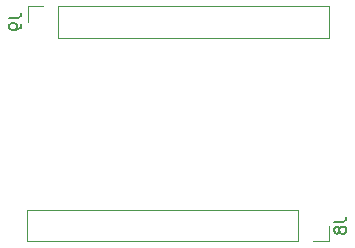
<source format=gbr>
%TF.GenerationSoftware,KiCad,Pcbnew,8.0.9-8.0.9-0~ubuntu24.04.1*%
%TF.CreationDate,2025-02-28T17:11:59+00:00*%
%TF.ProjectId,integrated_board,696e7465-6772-4617-9465-645f626f6172,rev?*%
%TF.SameCoordinates,Original*%
%TF.FileFunction,Legend,Bot*%
%TF.FilePolarity,Positive*%
%FSLAX46Y46*%
G04 Gerber Fmt 4.6, Leading zero omitted, Abs format (unit mm)*
G04 Created by KiCad (PCBNEW 8.0.9-8.0.9-0~ubuntu24.04.1) date 2025-02-28 17:11:59*
%MOMM*%
%LPD*%
G01*
G04 APERTURE LIST*
%ADD10C,0.150000*%
%ADD11C,0.120000*%
G04 APERTURE END LIST*
D10*
X136894819Y-147666666D02*
X137609104Y-147666666D01*
X137609104Y-147666666D02*
X137751961Y-147619047D01*
X137751961Y-147619047D02*
X137847200Y-147523809D01*
X137847200Y-147523809D02*
X137894819Y-147380952D01*
X137894819Y-147380952D02*
X137894819Y-147285714D01*
X137323390Y-148285714D02*
X137275771Y-148190476D01*
X137275771Y-148190476D02*
X137228152Y-148142857D01*
X137228152Y-148142857D02*
X137132914Y-148095238D01*
X137132914Y-148095238D02*
X137085295Y-148095238D01*
X137085295Y-148095238D02*
X136990057Y-148142857D01*
X136990057Y-148142857D02*
X136942438Y-148190476D01*
X136942438Y-148190476D02*
X136894819Y-148285714D01*
X136894819Y-148285714D02*
X136894819Y-148476190D01*
X136894819Y-148476190D02*
X136942438Y-148571428D01*
X136942438Y-148571428D02*
X136990057Y-148619047D01*
X136990057Y-148619047D02*
X137085295Y-148666666D01*
X137085295Y-148666666D02*
X137132914Y-148666666D01*
X137132914Y-148666666D02*
X137228152Y-148619047D01*
X137228152Y-148619047D02*
X137275771Y-148571428D01*
X137275771Y-148571428D02*
X137323390Y-148476190D01*
X137323390Y-148476190D02*
X137323390Y-148285714D01*
X137323390Y-148285714D02*
X137371009Y-148190476D01*
X137371009Y-148190476D02*
X137418628Y-148142857D01*
X137418628Y-148142857D02*
X137513866Y-148095238D01*
X137513866Y-148095238D02*
X137704342Y-148095238D01*
X137704342Y-148095238D02*
X137799580Y-148142857D01*
X137799580Y-148142857D02*
X137847200Y-148190476D01*
X137847200Y-148190476D02*
X137894819Y-148285714D01*
X137894819Y-148285714D02*
X137894819Y-148476190D01*
X137894819Y-148476190D02*
X137847200Y-148571428D01*
X137847200Y-148571428D02*
X137799580Y-148619047D01*
X137799580Y-148619047D02*
X137704342Y-148666666D01*
X137704342Y-148666666D02*
X137513866Y-148666666D01*
X137513866Y-148666666D02*
X137418628Y-148619047D01*
X137418628Y-148619047D02*
X137371009Y-148571428D01*
X137371009Y-148571428D02*
X137323390Y-148476190D01*
X109384819Y-130416666D02*
X110099104Y-130416666D01*
X110099104Y-130416666D02*
X110241961Y-130369047D01*
X110241961Y-130369047D02*
X110337200Y-130273809D01*
X110337200Y-130273809D02*
X110384819Y-130130952D01*
X110384819Y-130130952D02*
X110384819Y-130035714D01*
X110384819Y-130940476D02*
X110384819Y-131130952D01*
X110384819Y-131130952D02*
X110337200Y-131226190D01*
X110337200Y-131226190D02*
X110289580Y-131273809D01*
X110289580Y-131273809D02*
X110146723Y-131369047D01*
X110146723Y-131369047D02*
X109956247Y-131416666D01*
X109956247Y-131416666D02*
X109575295Y-131416666D01*
X109575295Y-131416666D02*
X109480057Y-131369047D01*
X109480057Y-131369047D02*
X109432438Y-131321428D01*
X109432438Y-131321428D02*
X109384819Y-131226190D01*
X109384819Y-131226190D02*
X109384819Y-131035714D01*
X109384819Y-131035714D02*
X109432438Y-130940476D01*
X109432438Y-130940476D02*
X109480057Y-130892857D01*
X109480057Y-130892857D02*
X109575295Y-130845238D01*
X109575295Y-130845238D02*
X109813390Y-130845238D01*
X109813390Y-130845238D02*
X109908628Y-130892857D01*
X109908628Y-130892857D02*
X109956247Y-130940476D01*
X109956247Y-130940476D02*
X110003866Y-131035714D01*
X110003866Y-131035714D02*
X110003866Y-131226190D01*
X110003866Y-131226190D02*
X109956247Y-131321428D01*
X109956247Y-131321428D02*
X109908628Y-131369047D01*
X109908628Y-131369047D02*
X109813390Y-131416666D01*
D11*
%TO.C,J8*%
X110920000Y-146670000D02*
X110920000Y-149330000D01*
X110920000Y-146670000D02*
X133840000Y-146670000D01*
X110920000Y-149330000D02*
X133840000Y-149330000D01*
X133840000Y-146670000D02*
X133840000Y-149330000D01*
X136440000Y-148000000D02*
X136440000Y-149330000D01*
X136440000Y-149330000D02*
X135110000Y-149330000D01*
%TO.C,J9*%
X110930000Y-129420000D02*
X112260000Y-129420000D01*
X110930000Y-130750000D02*
X110930000Y-129420000D01*
X113530000Y-132080000D02*
X113530000Y-129420000D01*
X136450000Y-129420000D02*
X113530000Y-129420000D01*
X136450000Y-132080000D02*
X113530000Y-132080000D01*
X136450000Y-132080000D02*
X136450000Y-129420000D01*
%TD*%
M02*

</source>
